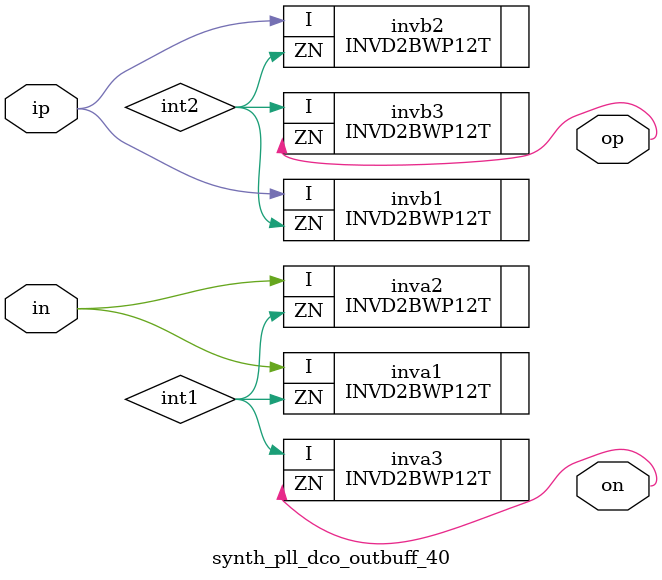
<source format=v>
module synth_pll_dco_outbuff ( IN, IP, ON, OP);
	input IN, IP;
	output ON, OP;
	wire int1, int2;

	INV_X2M_A9TR inva1 (.A(IN), .Y(int1) );
	INV_X2M_A9TR inva2 (.A(IN), .Y(int1) );
	INV_X2M_A9TR inva3 (.A(int1), .Y(ON) );

	INV_X2M_A9TR invb1 (.A(IP), .Y(int2) );
	INV_X2M_A9TR invb2 (.A(IP), .Y(int2) );
	INV_X2M_A9TR invb3 (.A(int2), .Y(OP) );
endmodule

module synth_pll_dco_outbuff_40 ( in, ip, on, op);
	input in, ip;
	output on, op;
	wire int1, int2;

	INVD2BWP12T inva1 (.I(in), .ZN(int1) );
	INVD2BWP12T inva2 (.I(in), .ZN(int1) );
	INVD2BWP12T inva3 (.I(int1), .ZN(on) );

	INVD2BWP12T invb1 (.I(ip), .ZN(int2) );
	INVD2BWP12T invb2 (.I(ip), .ZN(int2) );
	INVD2BWP12T invb3 (.I(int2), .ZN(op) );
endmodule

</source>
